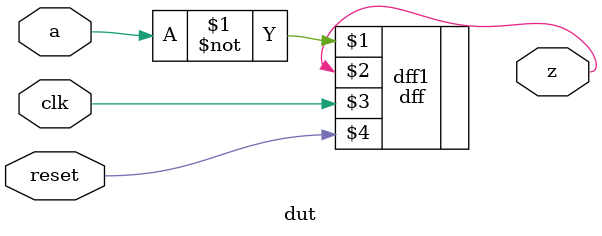
<source format=v>
`timescale 1ns / 1ps

module dut(input a, output z, input clk, reset);
  dff dff1(~a, z, clk, reset);
endmodule


</source>
